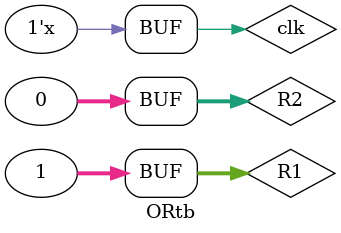
<source format=v>

`timescale 1ns/10ps

module ORtb;

  reg  [31:0] R1;
  reg  [31:0] R2;
  wire [31:0] R3;

always #10 clk = !clk;

  OR OR_instance(R1, R2, R3);

initial begin
    
 
	R1 <= 32'b1;
  R2 <= 32'b0;
  //Testing 32'b0 || 32'b1. Should be 32'b1
  

end
endmodule

</source>
